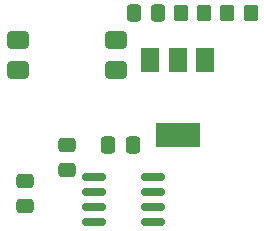
<source format=gtp>
G04 #@! TF.GenerationSoftware,KiCad,Pcbnew,7.0.2*
G04 #@! TF.CreationDate,2023-10-11T21:35:40+02:00*
G04 #@! TF.ProjectId,aansturing lamp pcb,61616e73-7475-4726-996e-67206c616d70,rev?*
G04 #@! TF.SameCoordinates,Original*
G04 #@! TF.FileFunction,Paste,Top*
G04 #@! TF.FilePolarity,Positive*
%FSLAX46Y46*%
G04 Gerber Fmt 4.6, Leading zero omitted, Abs format (unit mm)*
G04 Created by KiCad (PCBNEW 7.0.2) date 2023-10-11 21:35:40*
%MOMM*%
%LPD*%
G01*
G04 APERTURE LIST*
G04 Aperture macros list*
%AMRoundRect*
0 Rectangle with rounded corners*
0 $1 Rounding radius*
0 $2 $3 $4 $5 $6 $7 $8 $9 X,Y pos of 4 corners*
0 Add a 4 corners polygon primitive as box body*
4,1,4,$2,$3,$4,$5,$6,$7,$8,$9,$2,$3,0*
0 Add four circle primitives for the rounded corners*
1,1,$1+$1,$2,$3*
1,1,$1+$1,$4,$5*
1,1,$1+$1,$6,$7*
1,1,$1+$1,$8,$9*
0 Add four rect primitives between the rounded corners*
20,1,$1+$1,$2,$3,$4,$5,0*
20,1,$1+$1,$4,$5,$6,$7,0*
20,1,$1+$1,$6,$7,$8,$9,0*
20,1,$1+$1,$8,$9,$2,$3,0*%
G04 Aperture macros list end*
%ADD10RoundRect,0.375000X0.575000X0.375000X-0.575000X0.375000X-0.575000X-0.375000X0.575000X-0.375000X0*%
%ADD11RoundRect,0.250000X0.337500X0.475000X-0.337500X0.475000X-0.337500X-0.475000X0.337500X-0.475000X0*%
%ADD12R,1.500000X2.000000*%
%ADD13R,3.800000X2.000000*%
%ADD14RoundRect,0.250000X0.350000X0.450000X-0.350000X0.450000X-0.350000X-0.450000X0.350000X-0.450000X0*%
%ADD15RoundRect,0.250000X0.475000X-0.337500X0.475000X0.337500X-0.475000X0.337500X-0.475000X-0.337500X0*%
%ADD16RoundRect,0.250000X-0.475000X0.337500X-0.475000X-0.337500X0.475000X-0.337500X0.475000X0.337500X0*%
%ADD17RoundRect,0.150000X0.825000X0.150000X-0.825000X0.150000X-0.825000X-0.150000X0.825000X-0.150000X0*%
G04 APERTURE END LIST*
D10*
X86019996Y-75438000D03*
X86019996Y-77978000D03*
X94319996Y-77978000D03*
X94319996Y-75438000D03*
D11*
X95779500Y-84328000D03*
X93704500Y-84328000D03*
D12*
X101868000Y-77114000D03*
X99568000Y-77114000D03*
D13*
X99568000Y-83414000D03*
D12*
X97268000Y-77114000D03*
D14*
X101838000Y-73152000D03*
X99838000Y-73152000D03*
D15*
X90170000Y-86381500D03*
X90170000Y-84306500D03*
D16*
X86614000Y-87354500D03*
X86614000Y-89429500D03*
D14*
X105775000Y-73152000D03*
X103775000Y-73152000D03*
D17*
X97471000Y-90805000D03*
X97471000Y-89535000D03*
X97471000Y-88265000D03*
X97471000Y-86995000D03*
X92521000Y-86995000D03*
X92521000Y-88265000D03*
X92521000Y-89535000D03*
X92521000Y-90805000D03*
D11*
X97938500Y-73152000D03*
X95863500Y-73152000D03*
M02*

</source>
